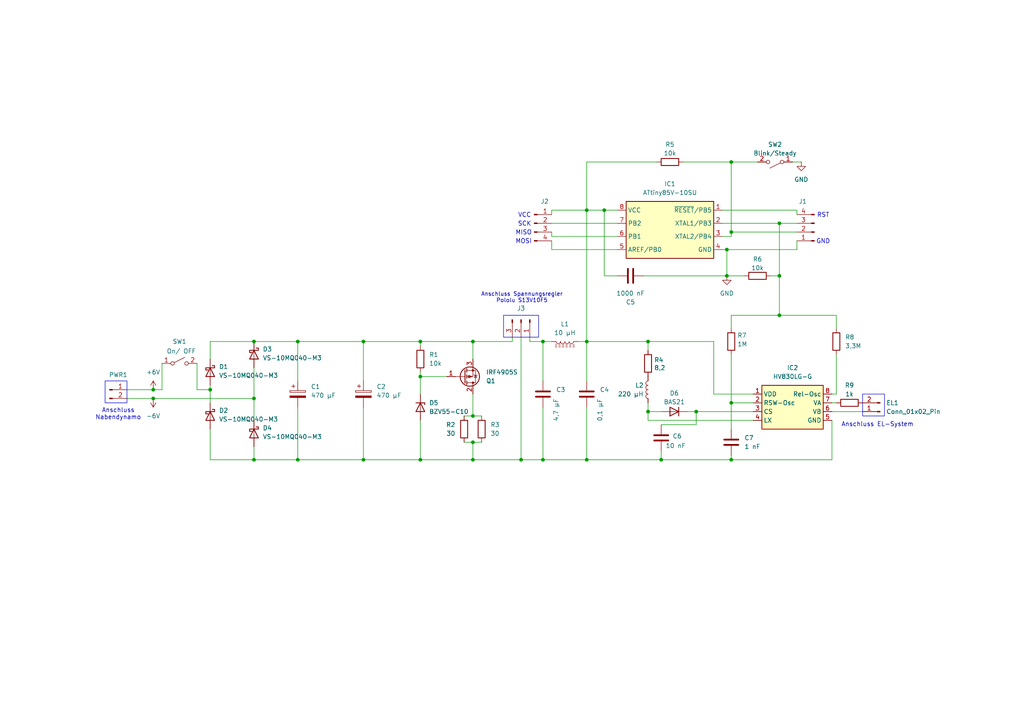
<source format=kicad_sch>
(kicad_sch (version 20250114) (generator "eeschema") (generator_version "9.0")
  (paper "A4")
  (title_block (title "Elektrolumineszenz Treiber Schaltung") (date "2025-12-16") (rev "V4") (company "Hochschule Hannover - Elektrische Messtechnik"))
  (lib_symbols
    (symbol "ATtiny85V-10S_1"
      (property "Reference" "U1" (at -16.51 -18.542 0))
      (property "Value" "ATtiny85V-10S" (at 6.35 -18.034 0))
      (symbol "ATtiny85V-10S_1_0_1"
        (rectangle (start -19.05 -20.32) (end 6.35 -36.83) (stroke (width 0.254)) (fill (type background)))
      )
      (symbol "ATtiny85V-10S_1_1_1"
        (pin power_in line (at -21.59 -22.86 0) (length 2.54) (name "VCC") (number "8"))
        (pin bidirectional line (at -21.59 -26.67 0) (length 2.54) (name "PB2") (number "7"))
        (pin bidirectional line (at -21.59 -30.48 0) (length 2.54) (name "PB1") (number "6"))
        (pin bidirectional line (at -21.59 -34.29 0) (length 2.54) (name "AREF/PB0") (number "5"))
        (pin bidirectional line (at 8.89 -22.86 180) (length 2.54) (name "~{RESET}/PB5") (number "1"))
        (pin bidirectional line (at 8.89 -26.67 180) (length 2.54) (name "XTAL1/PB3") (number "2"))
        (pin bidirectional line (at 8.89 -30.48 180) (length 2.54) (name "XTAL2/PB4") (number "3"))
        (pin power_in line (at 8.89 -34.29 180) (length 2.54) (name "GND") (number "4"))
      )
    )
    (symbol "Connector:Conn_01x02_Pin" (pin_names (offset 1.016) (hide yes))
      (property "Reference" "J" (at 0 2.54 0))
      (property "Value" "Conn_01x02_Pin" (at 0 -5.08 0))
      (symbol "Conn_01x02_Pin_1_1"
        (rectangle (start 0.8636 0.127) (end 0 -0.127) (stroke (width 0.1524)) (fill (type outline)))
        (rectangle (start 0.8636 -2.413) (end 0 -2.667) (stroke (width 0.1524)) (fill (type outline)))
        (polyline (pts (xy 1.27 0) (xy 0.8636 0)) (stroke (width 0.1524)))
        (polyline (pts (xy 1.27 -2.54) (xy 0.8636 -2.54)) (stroke (width 0.1524)))
        (pin passive line (at 5.08 0 180) (length 3.81) (name "Pin_1") (number "1"))
        (pin passive line (at 5.08 -2.54 180) (length 3.81) (name "Pin_2") (number "2"))
      )
    )
    (symbol "Connector:Conn_01x03_Pin" (pin_names (offset 1.016) (hide yes))
      (property "Reference" "J" (at 0 5.08 0))
      (property "Value" "Conn_01x03_Pin" (at 0 -5.08 0))
      (symbol "Conn_01x03_Pin_1_1"
        (rectangle (start 0.8636 2.667) (end 0 2.413) (stroke (width 0.1524)) (fill (type outline)))
        (rectangle (start 0.8636 0.127) (end 0 -0.127) (stroke (width 0.1524)) (fill (type outline)))
        (rectangle (start 0.8636 -2.413) (end 0 -2.667) (stroke (width 0.1524)) (fill (type outline)))
        (polyline (pts (xy 1.27 2.54) (xy 0.8636 2.54)) (stroke (width 0.1524)))
        (polyline (pts (xy 1.27 0) (xy 0.8636 0)) (stroke (width 0.1524)))
        (polyline (pts (xy 1.27 -2.54) (xy 0.8636 -2.54)) (stroke (width 0.1524)))
        (pin passive line (at 5.08 2.54 180) (length 3.81) (name "Pin_1") (number "1"))
        (pin passive line (at 5.08 0 180) (length 3.81) (name "Pin_2") (number "2"))
        (pin passive line (at 5.08 -2.54 180) (length 3.81) (name "Pin_3") (number "3"))
      )
    )
    (symbol "Connector:Conn_01x04_Pin" (pin_names (offset 1.016) (hide yes))
      (property "Reference" "J" (at 0 5.08 0))
      (property "Value" "Conn_01x04_Pin" (at 0 -7.62 0))
      (symbol "Conn_01x04_Pin_1_1"
        (rectangle (start 0.8636 2.667) (end 0 2.413) (stroke (width 0.1524)) (fill (type outline)))
        (rectangle (start 0.8636 0.127) (end 0 -0.127) (stroke (width 0.1524)) (fill (type outline)))
        (rectangle (start 0.8636 -2.413) (end 0 -2.667) (stroke (width 0.1524)) (fill (type outline)))
        (rectangle (start 0.8636 -4.953) (end 0 -5.207) (stroke (width 0.1524)) (fill (type outline)))
        (polyline (pts (xy 1.27 2.54) (xy 0.8636 2.54)) (stroke (width 0.1524)))
        (polyline (pts (xy 1.27 0) (xy 0.8636 0)) (stroke (width 0.1524)))
        (polyline (pts (xy 1.27 -2.54) (xy 0.8636 -2.54)) (stroke (width 0.1524)))
        (polyline (pts (xy 1.27 -5.08) (xy 0.8636 -5.08)) (stroke (width 0.1524)))
        (pin passive line (at 5.08 2.54 180) (length 3.81) (name "Pin_1") (number "1"))
        (pin passive line (at 5.08 0 180) (length 3.81) (name "Pin_2") (number "2"))
        (pin passive line (at 5.08 -2.54 180) (length 3.81) (name "Pin_3") (number "3"))
        (pin passive line (at 5.08 -5.08 180) (length 3.81) (name "Pin_4") (number "4"))
      )
    )
    (symbol "Device:C" (pin_numbers (hide yes)) (pin_names (offset 0.254))
      (property "Reference" "C" (at 0.635 2.54 0))
      (property "Value" "C" (at 0.635 -2.54 0))
      (symbol "C_0_1"
        (polyline (pts (xy -2.032 0.762) (xy 2.032 0.762)) (stroke (width 0.508)))
        (polyline (pts (xy -2.032 -0.762) (xy 2.032 -0.762)) (stroke (width 0.508)))
      )
      (symbol "C_1_1"
        (pin passive line (at 0 3.81 270) (length 2.794) (name "~") (number "1"))
        (pin passive line (at 0 -3.81 90) (length 2.794) (name "~") (number "2"))
      )
    )
    (symbol "Device:C_Polarized" (pin_numbers (hide yes)) (pin_names (offset 0.254))
      (property "Reference" "C" (at 0.635 2.54 0))
      (property "Value" "C_Polarized" (at 0.635 -2.54 0))
      (symbol "C_Polarized_0_1"
        (rectangle (start -2.286 0.508) (end 2.286 1.016))
        (polyline (pts (xy -1.778 2.286) (xy -0.762 2.286)))
        (polyline (pts (xy -1.27 2.794) (xy -1.27 1.778)))
        (rectangle (start 2.286 -0.508) (end -2.286 -1.016) (fill (type outline)))
      )
      (symbol "C_Polarized_1_1"
        (pin passive line (at 0 3.81 270) (length 2.794) (name "~") (number "1"))
        (pin passive line (at 0 -3.81 90) (length 2.794) (name "~") (number "2"))
      )
    )
    (symbol "Device:D" (pin_numbers (hide yes)) (pin_names (offset 1.016) (hide yes))
      (property "Reference" "D" (at 0 2.54 0))
      (property "Value" "D" (at 0 -2.54 0))
      (symbol "D_0_1"
        (polyline (pts (xy -1.27 1.27) (xy -1.27 -1.27)) (stroke (width 0.254)))
        (polyline (pts (xy 1.27 1.27) (xy 1.27 -1.27) (xy -1.27 0) (xy 1.27 1.27)) (stroke (width 0.254)))
        (polyline (pts (xy 1.27 0) (xy -1.27 0)))
      )
      (symbol "D_1_1"
        (pin passive line (at -3.81 0 0) (length 2.54) (name "K") (number "1"))
        (pin passive line (at 3.81 0 180) (length 2.54) (name "A") (number "2"))
      )
    )
    (symbol "Device:D_Schottky" (pin_numbers (hide yes)) (pin_names (offset 1.016) (hide yes))
      (property "Reference" "D" (at 0 2.54 0))
      (property "Value" "D_Schottky" (at 0 -2.54 0))
      (symbol "D_Schottky_0_1"
        (polyline (pts (xy -1.905 0.635) (xy -1.905 1.27) (xy -1.27 1.27) (xy -1.27 -1.27) (xy -0.635 -1.27) (xy -0.635 -0.635)) (stroke (width 0.254)))
        (polyline (pts (xy 1.27 1.27) (xy 1.27 -1.27) (xy -1.27 0) (xy 1.27 1.27)) (stroke (width 0.254)))
        (polyline (pts (xy 1.27 0) (xy -1.27 0)))
      )
      (symbol "D_Schottky_1_1"
        (pin passive line (at -3.81 0 0) (length 2.54) (name "K") (number "1"))
        (pin passive line (at 3.81 0 180) (length 2.54) (name "A") (number "2"))
      )
    )
    (symbol "Device:L" (pin_numbers (hide yes)) (pin_names (offset 1.016) (hide yes))
      (property "Reference" "L" (at -1.27 0 90))
      (property "Value" "L" (at 1.905 0 90))
      (symbol "L_0_1"
        (arc (start 0 2.54) (mid 0.6323 1.905) (end 0 1.27))
        (arc (start 0 1.27) (mid 0.6323 0.635) (end 0 0))
        (arc (start 0 0) (mid 0.6323 -0.635) (end 0 -1.27))
        (arc (start 0 -1.27) (mid 0.6323 -1.905) (end 0 -2.54))
      )
      (symbol "L_1_1"
        (pin passive line (at 0 3.81 270) (length 1.27) (name "1") (number "1"))
        (pin passive line (at 0 -3.81 90) (length 1.27) (name "2") (number "2"))
      )
    )
    (symbol "Device:L_Ferrite" (pin_numbers (hide yes)) (pin_names (offset 1.016) (hide yes))
      (property "Reference" "L" (at -1.27 0 90))
      (property "Value" "L_Ferrite" (at 2.794 0 90))
      (symbol "L_Ferrite_0_1"
        (arc (start 0 2.54) (mid 0.6323 1.905) (end 0 1.27))
        (arc (start 0 1.27) (mid 0.6323 0.635) (end 0 0))
        (arc (start 0 0) (mid 0.6323 -0.635) (end 0 -1.27))
        (arc (start 0 -1.27) (mid 0.6323 -1.905) (end 0 -2.54))
        (polyline (pts (xy 1.016 2.286) (xy 1.016 2.794)))
        (polyline (pts (xy 1.016 1.27) (xy 1.016 1.778)))
        (polyline (pts (xy 1.016 0.254) (xy 1.016 0.762)))
        (polyline (pts (xy 1.016 -0.762) (xy 1.016 -0.254)))
        (polyline (pts (xy 1.016 -1.778) (xy 1.016 -1.27)))
        (polyline (pts (xy 1.016 -2.794) (xy 1.016 -2.286)))
        (polyline (pts (xy 1.524 2.794) (xy 1.524 2.286)))
        (polyline (pts (xy 1.524 1.778) (xy 1.524 1.27)))
        (polyline (pts (xy 1.524 0.762) (xy 1.524 0.254)))
        (polyline (pts (xy 1.524 -0.254) (xy 1.524 -0.762)))
        (polyline (pts (xy 1.524 -1.27) (xy 1.524 -1.778)))
        (polyline (pts (xy 1.524 -2.286) (xy 1.524 -2.794)))
      )
      (symbol "L_Ferrite_1_1"
        (pin passive line (at 0 3.81 270) (length 1.27) (name "1") (number "1"))
        (pin passive line (at 0 -3.81 90) (length 1.27) (name "2") (number "2"))
      )
    )
    (symbol "Device:R" (pin_numbers (hide yes)) (pin_names (offset 0))
      (property "Reference" "R" (at 2.032 0 90))
      (property "Value" "R" (at 0 0 90))
      (symbol "R_0_1"
        (rectangle (start -1.016 -2.54) (end 1.016 2.54) (stroke (width 0.254)))
      )
      (symbol "R_1_1"
        (pin passive line (at 0 3.81 270) (length 1.27) (name "~") (number "1"))
        (pin passive line (at 0 -3.81 90) (length 1.27) (name "~") (number "2"))
      )
    )
    (symbol "Diode:BZV55B10" (pin_numbers (hide yes)) (pin_names (hide yes))
      (property "Reference" "D" (at 0 2.54 0))
      (property "Value" "BZV55B10" (at 0 -2.54 0))
      (symbol "BZV55B10_0_1"
        (polyline (pts (xy -1.27 -1.27) (xy -1.27 1.27) (xy -0.762 1.27)) (stroke (width 0.254)))
        (polyline (pts (xy 1.27 0) (xy -1.27 0)))
        (polyline (pts (xy 1.27 -1.27) (xy 1.27 1.27) (xy -1.27 0) (xy 1.27 -1.27)) (stroke (width 0.254)))
      )
      (symbol "BZV55B10_1_1"
        (pin passive line (at -3.81 0 0) (length 2.54) (name "K") (number "1"))
        (pin passive line (at 3.81 0 180) (length 2.54) (name "A") (number "2"))
      )
    )
    (symbol "Driver_LED:HV9930LG-G"
      (property "Reference" "U" (at -17.78 3.81 0))
      (property "Value" "HV830LG-G" (at -8.89 3.81 0))
      (symbol "HV9930LG-G_0_1"
        (rectangle (start -17.78 2.54) (end 0 -10.16) (stroke (width 0.254)) (fill (type background)))
      )
      (symbol "HV9930LG-G_1_1"
        (pin input line (at -20.32 0 0) (length 2.54) (name "VDD") (number "1"))
        (pin input line (at -20.32 -2.54 0) (length 2.54) (name "RSW-Osc") (number "2"))
        (pin input line (at -20.32 -5.08 0) (length 2.54) (name "CS") (number "3"))
        (pin input line (at -20.32 -7.62 0) (length 2.54) (name "LX") (number "4"))
        (pin output line (at 2.54 0 180) (length 2.54) (name "Rel-Osc") (number "8"))
        (pin output line (at 2.54 -2.54 180) (length 2.54) (name "VA") (number "7"))
        (pin output line (at 2.54 -5.08 180) (length 2.54) (name "VB") (number "6"))
        (pin input line (at 2.54 -7.62 180) (length 2.54) (name "GND") (number "5"))
      )
    )
    (symbol "Switch:SW_SPST" (pin_names (offset 0) (hide yes))
      (property "Reference" "SW" (at 0 3.175 0))
      (property "Value" "SW_SPST" (at 0 -2.54 0))
      (symbol "SW_SPST_0_0"
        (circle (center -2.032 0) (radius 0.508))
        (polyline (pts (xy -1.524 0.254) (xy 1.524 1.778)))
        (circle (center 2.032 0) (radius 0.508))
      )
      (symbol "SW_SPST_1_1"
        (pin passive line (at -5.08 0 0) (length 2.54) (name "A") (number "1"))
        (pin passive line (at 5.08 0 180) (length 2.54) (name "B") (number "2"))
      )
    )
    (symbol "Transistor_FET:IRF4905" (pin_names (hide yes))
      (property "Reference" "Q" (at 5.08 1.905 0))
      (property "Value" "IRF4905" (at 5.08 0 0))
      (symbol "IRF4905_0_1"
        (polyline (pts (xy 0.254 1.905) (xy 0.254 -1.905)) (stroke (width 0.254)))
        (polyline (pts (xy 0.254 0) (xy -2.54 0)))
        (polyline (pts (xy 0.762 2.286) (xy 0.762 1.27)) (stroke (width 0.254)))
        (polyline (pts (xy 0.762 1.778) (xy 3.302 1.778) (xy 3.302 -1.778) (xy 0.762 -1.778)))
        (polyline (pts (xy 0.762 0.508) (xy 0.762 -0.508)) (stroke (width 0.254)))
        (polyline (pts (xy 0.762 -1.27) (xy 0.762 -2.286)) (stroke (width 0.254)))
        (circle (center 1.651 0) (radius 2.794) (stroke (width 0.254)))
        (polyline (pts (xy 2.286 0) (xy 1.27 0.381) (xy 1.27 -0.381) (xy 2.286 0)) (fill (type outline)))
        (polyline (pts (xy 2.54 2.54) (xy 2.54 1.778)))
        (circle (center 2.54 1.778) (radius 0.254) (fill (type outline)))
        (circle (center 2.54 -1.778) (radius 0.254) (fill (type outline)))
        (polyline (pts (xy 2.54 -2.54) (xy 2.54 0) (xy 0.762 0)))
        (polyline (pts (xy 2.794 -0.508) (xy 2.921 -0.381) (xy 3.683 -0.381) (xy 3.81 -0.254)))
        (polyline (pts (xy 3.302 -0.381) (xy 2.921 0.254) (xy 3.683 0.254) (xy 3.302 -0.381)))
      )
      (symbol "IRF4905_1_1"
        (pin input line (at -5.08 0 0) (length 2.54) (name "G") (number "1"))
        (pin passive line (at 2.54 5.08 270) (length 2.54) (name "D") (number "2"))
        (pin passive line (at 2.54 -5.08 90) (length 2.54) (name "S") (number "3"))
      )
    )
    (symbol "power:+6V" (power) (pin_numbers (hide yes)) (pin_names (offset 0) (hide yes))
      (property "Value" "+6V" (at 0 3.556 0))
      (symbol "+6V_0_1"
        (polyline (pts (xy -0.762 1.27) (xy 0 2.54)))
        (polyline (pts (xy 0 2.54) (xy 0.762 1.27)))
        (polyline (pts (xy 0 0) (xy 0 2.54)))
      )
      (symbol "+6V_1_1"
        (pin power_in line (at 0 0 90) (length 0) (name "~") (number "1"))
      )
    )
    (symbol "power:GND" (power) (pin_numbers (hide yes)) (pin_names (offset 0) (hide yes))
      (property "Value" "GND" (at 0 -3.81 0))
      (symbol "GND_0_1"
        (polyline (pts (xy 0 0) (xy 0 -1.27) (xy 1.27 -1.27) (xy 0 -2.54) (xy -1.27 -1.27) (xy 0 -1.27)))
      )
      (symbol "GND_1_1"
        (pin power_in line (at 0 0 270) (length 0) (name "~") (number "1"))
      )
    )
  )
  (rectangle (start 146.05 91.44) (end 156.21 97.79))
  (rectangle (start 30.48 110.49) (end 36.83 116.84))
  (rectangle (start 250.19 114.3) (end 256.54 120.65))
  (text "GND" (at 238.76 70.104 0) (effects (font (size 1.27 1.27))))
  (text "MISO" (at 151.892 67.564 0) (effects (font (size 1.27 1.27))))
  (text "Anschluss Spannungsregler\nPololu S13V10F5" (at 151.384 86.36 0) (effects (font (size 1.143 1.143))))
  (text "MOSI" (at 151.892 70.104 0) (effects (font (size 1.27 1.27))))
  (text "VCC" (at 152.146 62.484 0) (effects (font (size 1.27 1.27))))
  (text "Anschluss EL-System" (at 254.508 123.19 0) (effects (font (size 1.27 1.27))))
  (text "RST" (at 238.76 62.484 0) (effects (font (size 1.27 1.27))))
  (text "Anschluss\nNabendynamo" (at 34.29 120.142 0) (effects (font (size 1.27 1.27))))
  (text "SCK" (at 152.146 65.024 0) (effects (font (size 1.27 1.27))))
  (junction (at 121.92 133.35))
  (junction (at 137.16 120.65))
  (junction (at 170.18 60.96))
  (junction (at 226.06 80.01))
  (junction (at 121.92 99.06))
  (junction (at 191.77 133.35))
  (junction (at 212.09 133.35))
  (junction (at 151.13 133.35))
  (junction (at 105.41 99.06))
  (junction (at 187.96 119.38))
  (junction (at 60.96 113.03))
  (junction (at 86.36 99.06))
  (junction (at 157.48 133.35))
  (junction (at 210.82 80.01))
  (junction (at 212.09 46.99))
  (junction (at 175.26 60.96))
  (junction (at 137.16 99.06))
  (junction (at 105.41 133.35))
  (junction (at 187.96 99.06))
  (junction (at 201.93 119.38))
  (junction (at 226.06 64.77))
  (junction (at 44.45 113.03))
  (junction (at 73.66 133.35))
  (junction (at 137.16 133.35))
  (junction (at 170.18 133.35))
  (junction (at 44.45 115.57))
  (junction (at 226.06 91.44))
  (junction (at 157.48 99.06))
  (junction (at 212.09 67.31))
  (junction (at 212.09 116.84))
  (junction (at 86.36 133.35))
  (junction (at 210.82 72.39))
  (junction (at 137.16 128.27))
  (junction (at 170.18 99.06))
  (junction (at 73.66 99.06))
  (junction (at 121.92 109.22))
  (junction (at 73.66 115.57))
  (wire (pts (xy 157.48 133.35) (xy 170.18 133.35)))
  (wire (pts (xy 210.82 72.39) (xy 210.82 80.01)))
  (wire (pts (xy 121.92 121.92) (xy 121.92 133.35)))
  (wire (pts (xy 137.16 99.06) (xy 148.59 99.06)))
  (wire (pts (xy 73.66 106.68) (xy 73.66 115.57)))
  (wire (pts (xy 199.39 119.38) (xy 201.93 119.38)))
  (wire (pts (xy 73.66 129.54) (xy 73.66 133.35)))
  (wire (pts (xy 170.18 118.11) (xy 170.18 133.35)))
  (wire (pts (xy 170.18 46.99) (xy 190.5 46.99)))
  (wire (pts (xy 170.18 133.35) (xy 191.77 133.35)))
  (wire (pts (xy 175.26 80.01) (xy 175.26 60.96)))
  (wire (pts (xy 60.96 113.03) (xy 60.96 111.76)))
  (wire (pts (xy 151.13 97.79) (xy 151.13 133.35)))
  (wire (pts (xy 121.92 99.06) (xy 137.16 99.06)))
  (wire (pts (xy 242.57 95.25) (xy 242.57 91.44)))
  (wire (pts (xy 60.96 113.03) (xy 60.96 116.84)))
  (wire (pts (xy 60.96 99.06) (xy 73.66 99.06)))
  (wire (pts (xy 212.09 91.44) (xy 226.06 91.44)))
  (wire (pts (xy 179.07 80.01) (xy 175.26 80.01)))
  (wire (pts (xy 105.41 99.06) (xy 105.41 110.49)))
  (wire (pts (xy 160.02 72.39) (xy 179.07 72.39)))
  (wire (pts (xy 231.14 60.96) (xy 231.14 62.23)))
  (wire (pts (xy 212.09 67.31) (xy 212.09 68.58)))
  (wire (pts (xy 151.13 133.35) (xy 157.48 133.35)))
  (wire (pts (xy 121.92 99.06) (xy 121.92 100.33)))
  (wire (pts (xy 153.67 99.06) (xy 157.48 99.06)))
  (wire (pts (xy 134.62 128.27) (xy 137.16 128.27)))
  (wire (pts (xy 212.09 116.84) (xy 218.44 116.84)))
  (wire (pts (xy 223.52 80.01) (xy 226.06 80.01)))
  (wire (pts (xy 231.14 69.85) (xy 231.14 72.39)))
  (wire (pts (xy 229.87 46.99) (xy 232.41 46.99)))
  (wire (pts (xy 105.41 99.06) (xy 121.92 99.06)))
  (wire (pts (xy 167.64 99.06) (xy 170.18 99.06)))
  (wire (pts (xy 212.09 132.08) (xy 212.09 133.35)))
  (wire (pts (xy 241.3 121.92) (xy 241.3 133.35)))
  (wire (pts (xy 241.3 133.35) (xy 212.09 133.35)))
  (wire (pts (xy 160.02 64.77) (xy 179.07 64.77)))
  (wire (pts (xy 137.16 133.35) (xy 151.13 133.35)))
  (wire (pts (xy 212.09 46.99) (xy 212.09 67.31)))
  (wire (pts (xy 60.96 99.06) (xy 60.96 104.14)))
  (wire (pts (xy 212.09 46.99) (xy 219.71 46.99)))
  (wire (pts (xy 226.06 64.77) (xy 226.06 80.01)))
  (wire (pts (xy 160.02 72.39) (xy 160.02 69.85)))
  (wire (pts (xy 207.01 114.3) (xy 218.44 114.3)))
  (wire (pts (xy 226.06 80.01) (xy 226.06 91.44)))
  (wire (pts (xy 139.7 120.65) (xy 137.16 120.65)))
  (wire (pts (xy 160.02 60.96) (xy 170.18 60.96)))
  (wire (pts (xy 121.92 109.22) (xy 129.54 109.22)))
  (wire (pts (xy 191.77 133.35) (xy 212.09 133.35)))
  (wire (pts (xy 207.01 99.06) (xy 207.01 114.3)))
  (wire (pts (xy 121.92 107.95) (xy 121.92 109.22)))
  (wire (pts (xy 46.99 105.41) (xy 46.99 113.03)))
  (wire (pts (xy 86.36 133.35) (xy 105.41 133.35)))
  (wire (pts (xy 209.55 64.77) (xy 226.06 64.77)))
  (wire (pts (xy 44.45 115.57) (xy 73.66 115.57)))
  (wire (pts (xy 170.18 99.06) (xy 170.18 110.49)))
  (wire (pts (xy 36.83 113.03) (xy 44.45 113.03)))
  (wire (pts (xy 73.66 115.57) (xy 73.66 121.92)))
  (wire (pts (xy 36.83 115.57) (xy 44.45 115.57)))
  (wire (pts (xy 170.18 60.96) (xy 170.18 46.99)))
  (wire (pts (xy 209.55 60.96) (xy 231.14 60.96)))
  (wire (pts (xy 60.96 124.46) (xy 60.96 133.35)))
  (wire (pts (xy 201.93 119.38) (xy 218.44 119.38)))
  (wire (pts (xy 187.96 99.06) (xy 207.01 99.06)))
  (wire (pts (xy 212.09 46.99) (xy 198.12 46.99)))
  (wire (pts (xy 73.66 133.35) (xy 86.36 133.35)))
  (wire (pts (xy 187.96 121.92) (xy 218.44 121.92)))
  (wire (pts (xy 137.16 104.14) (xy 137.16 99.06)))
  (wire (pts (xy 57.15 113.03) (xy 60.96 113.03)))
  (wire (pts (xy 73.66 99.06) (xy 86.36 99.06)))
  (wire (pts (xy 187.96 116.84) (xy 187.96 119.38)))
  (wire (pts (xy 187.96 99.06) (xy 187.96 101.6)))
  (wire (pts (xy 170.18 60.96) (xy 175.26 60.96)))
  (wire (pts (xy 209.55 72.39) (xy 210.82 72.39)))
  (wire (pts (xy 121.92 109.22) (xy 121.92 114.3)))
  (wire (pts (xy 191.77 130.81) (xy 191.77 133.35)))
  (wire (pts (xy 160.02 60.96) (xy 160.02 62.23)))
  (wire (pts (xy 212.09 68.58) (xy 209.55 68.58)))
  (wire (pts (xy 148.59 99.06) (xy 148.59 97.79)))
  (wire (pts (xy 86.36 99.06) (xy 105.41 99.06)))
  (wire (pts (xy 187.96 119.38) (xy 191.77 119.38)))
  (wire (pts (xy 157.48 118.11) (xy 157.48 133.35)))
  (wire (pts (xy 137.16 120.65) (xy 137.16 114.3)))
  (wire (pts (xy 201.93 123.19) (xy 201.93 119.38)))
  (wire (pts (xy 157.48 99.06) (xy 160.02 99.06)))
  (wire (pts (xy 231.14 67.31) (xy 212.09 67.31)))
  (wire (pts (xy 57.15 105.41) (xy 57.15 113.03)))
  (wire (pts (xy 160.02 68.58) (xy 179.07 68.58)))
  (wire (pts (xy 157.48 99.06) (xy 157.48 110.49)))
  (wire (pts (xy 212.09 91.44) (xy 212.09 95.25)))
  (wire (pts (xy 60.96 133.35) (xy 73.66 133.35)))
  (wire (pts (xy 86.36 118.11) (xy 86.36 133.35)))
  (wire (pts (xy 179.07 60.96) (xy 175.26 60.96)))
  (wire (pts (xy 241.3 114.3) (xy 242.57 114.3)))
  (wire (pts (xy 105.41 133.35) (xy 121.92 133.35)))
  (wire (pts (xy 86.36 110.49) (xy 86.36 99.06)))
  (wire (pts (xy 187.96 119.38) (xy 187.96 121.92)))
  (wire (pts (xy 191.77 123.19) (xy 201.93 123.19)))
  (wire (pts (xy 105.41 118.11) (xy 105.41 133.35)))
  (wire (pts (xy 241.3 119.38) (xy 250.19 119.38)))
  (wire (pts (xy 121.92 133.35) (xy 137.16 133.35)))
  (wire (pts (xy 170.18 99.06) (xy 187.96 99.06)))
  (wire (pts (xy 242.57 91.44) (xy 226.06 91.44)))
  (wire (pts (xy 210.82 80.01) (xy 215.9 80.01)))
  (wire (pts (xy 170.18 60.96) (xy 170.18 99.06)))
  (wire (pts (xy 212.09 116.84) (xy 212.09 124.46)))
  (wire (pts (xy 186.69 80.01) (xy 210.82 80.01)))
  (wire (pts (xy 137.16 120.65) (xy 134.62 120.65)))
  (wire (pts (xy 137.16 128.27) (xy 137.16 133.35)))
  (wire (pts (xy 44.45 113.03) (xy 46.99 113.03)))
  (wire (pts (xy 242.57 102.87) (xy 242.57 114.3)))
  (wire (pts (xy 241.3 116.84) (xy 242.57 116.84)))
  (wire (pts (xy 137.16 128.27) (xy 139.7 128.27)))
  (wire (pts (xy 210.82 72.39) (xy 231.14 72.39)))
  (wire (pts (xy 212.09 102.87) (xy 212.09 116.84)))
  (wire (pts (xy 153.67 99.06) (xy 153.67 97.79)))
  (wire (pts (xy 160.02 68.58) (xy 160.02 67.31)))
  (wire (pts (xy 226.06 64.77) (xy 231.14 64.77)))
  (symbol (lib_id "Device:R") (at 134.62 124.46 0) (mirror y) (unit 1)
    (property "Reference" "R2" (at 132.08 123.1899 0) (effects (justify left)))
    (property "Value" "30" (at 132.08 125.7299 0) (effects (justify left)))
    (property "Footprint" "Resistor_SMD:R_2512_6332Metric" (effects (hide yes)))
    (property "Description" "Resistor" (effects (hide yes)))
  )
  (symbol (lib_id "Switch:SW_SPST") (at 52.07 105.41 0) (unit 1)
    (property "Reference" "SW1" (at 52.07 99.06 0))
    (property "Value" "On/ OFF" (at 52.578 101.854 0))
    (property "Footprint" "Connector_JST:JST_XH_B2B-XH-A_1x02_P2.50mm_Vertical" (effects (hide yes)))
    (property "Description" "Single Pole Single Throw (SPST) switch" (effects (hide yes)))
  )
  (symbol (lib_id "Device:R") (at 219.71 80.01 90) (unit 1)
    (property "Reference" "R6" (at 219.71 75.184 90))
    (property "Value" "10k" (at 219.71 77.724 90))
    (property "Footprint" "Resistor_SMD:R_0805_2012Metric" (effects (hide yes)))
    (property "Description" "Resistor" (effects (hide yes)))
  )
  (symbol (lib_name "ATtiny85V-10S_1") (lib_id "MCU_Microchip_ATtiny:ATtiny85V-10S") (at 200.66 38.1 0) (unit 1)
    (property "Reference" "IC1" (at 194.31 53.34 0))
    (property "Value" "ATtiny85V-10SU" (at 194.31 55.88 0))
    (property "Footprint" "Package_SO:SOIC-8_5.3x5.3mm_P1.27mm" (effects (hide yes)))
    (property "Datasheet" "http://ww1.microchip.com/downloads/en/DeviceDoc/atmel-2586-avr-8-bit-microcontroller-attiny25-attiny45-attiny85_datasheet.pdf" (effects (hide yes)))
    (property "Description" "10MHz, 8kB Flash, 512B SRAM, 512B EEPROM, debugWIRE, SOIC-8W" (effects (hide yes)))
  )
  (symbol (lib_id "Device:R") (at 187.96 105.41 0) (unit 1)
    (property "Reference" "R4" (at 189.738 104.394 0) (effects (justify left)))
    (property "Value" "8,2" (at 189.738 106.68 0) (effects (justify left)))
    (property "Footprint" "Resistor_SMD:R_0805_2012Metric" (effects (hide yes)))
    (property "Description" "Resistor" (effects (hide yes)))
  )
  (symbol (lib_id "Driver_LED:HV9930LG-G") (at 238.76 114.3 0) (unit 1)
    (property "Reference" "IC2" (at 229.87 106.68 0))
    (property "Value" "HV830LG-G" (at 229.87 109.22 0))
    (property "Footprint" "Package_SO:SOIC-8_3.9x4.9mm_P1.27mm" (effects (hide yes)))
    (property "Datasheet" "http://ww1.microchip.com/downloads/en/DeviceDoc/hv9930.pdf" (effects (hide yes)))
    (property "Description" "Boost-Buck LED Lamp Driver, SO8" (effects (hide yes)))
  )
  (symbol (lib_id "Device:R") (at 194.31 46.99 90) (unit 1)
    (property "Reference" "R5" (at 194.31 41.91 90))
    (property "Value" "10k" (at 194.31 44.45 90))
    (property "Footprint" "Resistor_SMD:R_0805_2012Metric" (effects (hide yes)))
    (property "Description" "Resistor" (effects (hide yes)))
  )
  (symbol (lib_id "Device:R") (at 139.7 124.46 0) (unit 1)
    (property "Reference" "R3" (at 142.24 123.1899 0) (effects (justify left)))
    (property "Value" "30" (at 142.24 125.7299 0) (effects (justify left)))
    (property "Footprint" "Resistor_SMD:R_2512_6332Metric" (effects (hide yes)))
    (property "Description" "Resistor" (effects (hide yes)))
  )
  (symbol (lib_id "Connector:Conn_01x03_Pin") (at 151.13 92.71 270) (unit 1)
    (property "Reference" "J3" (at 151.13 89.408 90))
    (property "Value" "Conn_01x03_Pin" (effects (hide yes)))
    (property "Footprint" "Connector_PinHeader_2.54mm:PinHeader_1x03_P2.54mm_Vertical" (effects (hide yes)))
    (property "Description" "Generic connector, single row, 01x03, script generated" (effects (hide yes)))
  )
  (symbol (lib_id "Device:C") (at 182.88 80.01 270) (mirror x) (unit 1)
    (property "Reference" "C5" (at 182.88 87.63 90))
    (property "Value" "1000 nF" (at 182.88 85.09 90))
    (property "Footprint" "Capacitor_SMD:C_0805_2012Metric" (effects (hide yes)))
    (property "Description" "Unpolarized capacitor" (effects (hide yes)))
  )
  (symbol (lib_id "Device:D_Schottky") (at 60.96 120.65 270) (unit 1)
    (property "Reference" "D2" (at 63.5 119.0624 90) (effects (justify left)))
    (property "Value" "VS-10MQ040-M3" (at 63.5 121.6024 90) (effects (justify left)))
    (property "Footprint" "Diode_SMD:D_SMA" (effects (hide yes)))
    (property "Description" "Schottky diode" (effects (hide yes)))
  )
  (symbol (lib_id "Device:R") (at 246.38 116.84 270) (unit 1)
    (property "Reference" "R9" (at 246.38 111.76 90))
    (property "Value" "1k" (at 246.38 114.3 90))
    (property "Footprint" "Resistor_SMD:R_0805_2012Metric" (effects (hide yes)))
    (property "Description" "Resistor" (effects (hide yes)))
  )
  (symbol (lib_id "Device:D") (at 195.58 119.38 180) (unit 1)
    (property "Reference" "D6" (at 195.58 114.046 0))
    (property "Value" "BAS21" (at 195.58 116.586 0))
    (property "Footprint" "Diode_SMD:D_SMA" (effects (hide yes)))
    (property "Description" "Diode" (effects (hide yes)))
    (property "Sim.Device" "D" (effects (hide yes)))
    (property "Sim.Pins" "1=K 2=A" (effects (hide yes)))
  )
  (symbol (lib_id "Device:C") (at 212.09 128.27 0) (unit 1)
    (property "Reference" "C7" (at 215.9 126.9999 0) (effects (justify left)))
    (property "Value" "1 nF" (at 215.9 129.5399 0) (effects (justify left)))
    (property "Footprint" "Capacitor_SMD:C_0603_1608Metric" (effects (hide yes)))
    (property "Description" "Unpolarized capacitor" (effects (hide yes)))
  )
  (symbol (lib_id "Device:D_Schottky") (at 73.66 125.73 270) (unit 1)
    (property "Reference" "D4" (at 76.2 124.1424 90) (effects (justify left)))
    (property "Value" "VS-10MQ040-M3" (at 76.2 126.6824 90) (effects (justify left)))
    (property "Footprint" "Diode_SMD:D_SMA" (effects (hide yes)))
    (property "Description" "Schottky diode" (effects (hide yes)))
  )
  (symbol (lib_id "Device:R") (at 121.92 104.14 0) (unit 1)
    (property "Reference" "R1" (at 124.46 102.8699 0) (effects (justify left)))
    (property "Value" "10k" (at 124.46 105.4099 0) (effects (justify left)))
    (property "Footprint" "Resistor_SMD:R_0805_2012Metric" (effects (hide yes)))
    (property "Description" "Resistor" (effects (hide yes)))
  )
  (symbol (lib_id "Device:L") (at 187.96 113.03 0) (mirror y) (unit 1)
    (property "Reference" "L2" (at 186.69 111.7599 0) (effects (justify left)))
    (property "Value" "220 µH" (at 186.69 114.2999 0) (effects (justify left)))
    (property "Footprint" "Inductor_SMD:L_Bourns_SDR0604" (effects (hide yes)))
    (property "Description" "Inductor" (effects (hide yes)))
  )
  (symbol (lib_id "Diode:BZV55B10") (at 121.92 118.11 270) (unit 1)
    (property "Reference" "D5" (at 124.46 116.8399 90) (effects (justify left)))
    (property "Value" "BZV55-C10" (at 124.46 119.3799 90) (effects (justify left)))
    (property "Footprint" "Diode_SMD:D_MiniMELF" (effects (hide yes)))
    (property "Datasheet" "https://assets.nexperia.com/documents/data-sheet/BZV55_SER.pdf" (effects (hide yes)))
    (property "Description" "10V, 500mW, 2%, Zener diode, MiniMELF" (effects (hide yes)))
  )
  (symbol (lib_id "Transistor_FET:IRF4905") (at 134.62 109.22 0) (mirror x) (unit 1)
    (property "Reference" "Q1" (at 140.97 110.4901 0) (effects (justify left)))
    (property "Value" "IRF4905S" (at 140.97 107.9501 0) (effects (justify left)))
    (property "Footprint" "Package_TO_SOT_SMD:TO-263-2" (effects (hide yes)))
    (property "Datasheet" "http://www.infineon.com/dgdl/irf4905.pdf?fileId=5546d462533600a4015355e32165197c" (effects (hide yes)))
    (property "Description" "-74A Id, -55V Vds, Single P-Channel HEXFET Power MOSFET, 20mOhm Ron, TO-220AB" (effects (hide yes)))
  )
  (symbol (lib_id "power:+6V") (at 44.45 113.03 0) (unit 1)
    (property "Reference" "#PWR01" (effects (hide yes)))
    (property "Value" "+6V" (at 44.45 107.95 0))
    (property "Description" "Power symbol creates a global label with name \"+6V\"" (effects (hide yes)))
  )
  (symbol (lib_id "Device:L_Ferrite") (at 163.83 99.06 270) (unit 1)
    (property "Reference" "L1" (at 163.83 93.98 90))
    (property "Value" "10 µH" (at 163.83 96.52 90))
    (property "Footprint" "Capacitor_SMD:C_0805_2012Metric" (effects (hide yes)))
    (property "Description" "Inductor with ferrite core" (effects (hide yes)))
  )
  (symbol (lib_id "power:+6V") (at 44.45 115.57 180) (unit 1)
    (property "Reference" "#PWR02" (effects (hide yes)))
    (property "Value" "-6V" (at 44.45 120.65 0))
    (property "Description" "Power symbol creates a global label with name \"+6V\"" (effects (hide yes)))
  )
  (symbol (lib_id "Switch:SW_SPST") (at 224.79 46.99 180) (unit 1)
    (property "Reference" "SW2" (at 224.79 41.91 0))
    (property "Value" "Blink/Steady" (at 224.79 44.45 0))
    (property "Footprint" "Connector_JST:JST_XH_B2B-XH-A_1x02_P2.50mm_Vertical" (effects (hide yes)))
    (property "Description" "Single Pole Single Throw (SPST) switch" (effects (hide yes)))
  )
  (symbol (lib_id "Device:C_Polarized") (at 86.36 114.3 0) (unit 1)
    (property "Reference" "C1" (at 90.17 112.1409 0) (effects (justify left)))
    (property "Value" "470 µF" (at 90.17 114.6809 0) (effects (justify left)))
    (property "Footprint" "Capacitor_SMD:CP_Elec_10x10.5" (effects (hide yes)))
    (property "Description" "Polarized capacitor" (effects (hide yes)))
  )
  (symbol (lib_id "Connector:Conn_01x04_Pin") (at 154.94 64.77 0) (unit 1)
    (property "Reference" "J2" (at 157.988 58.42 0))
    (property "Value" "Conn_01x04_Pin" (effects (hide yes)))
    (property "Footprint" "Connector_PinHeader_2.54mm:PinHeader_1x04_P2.54mm_Vertical" (effects (hide yes)))
    (property "Description" "Generic connector, single row, 01x04, script generated" (effects (hide yes)))
  )
  (symbol (lib_id "Connector:Conn_01x02_Pin") (at 31.75 113.03 0) (unit 1)
    (property "Reference" "PWR1" (at 34.29 108.712 0))
    (property "Value" "Conn_01x02_Pin" (effects (hide yes)))
    (property "Footprint" "Connector_JST:JST_XH_B2B-XH-A_1x02_P2.50mm_Vertical" (effects (hide yes)))
    (property "Description" "Generic connector, single row, 01x02, script generated" (effects (hide yes)))
  )
  (symbol (lib_id "Device:C") (at 157.48 114.3 0) (unit 1)
    (property "Reference" "C3" (at 161.29 113.0299 0) (effects (justify left)))
    (property "Value" "4,7 µF" (at 161.29 115.5699 90) (effects (justify right)))
    (property "Footprint" "Capacitor_SMD:C_1210_3225Metric" (effects (hide yes)))
    (property "Description" "Unpolarized capacitor" (effects (hide yes)))
  )
  (symbol (lib_id "Device:C") (at 191.77 127 0) (unit 1)
    (property "Reference" "C6" (at 195.072 126.492 0) (effects (justify left)))
    (property "Value" "10 nF" (at 193.04 129.286 0) (effects (justify left)))
    (property "Footprint" "Capacitor_SMD:C_0603_1608Metric" (effects (hide yes)))
    (property "Description" "Unpolarized capacitor" (effects (hide yes)))
  )
  (symbol (lib_id "Device:D_Schottky") (at 73.66 102.87 270) (unit 1)
    (property "Reference" "D3" (at 76.2 101.2824 90) (effects (justify left)))
    (property "Value" "VS-10MQ040-M3" (at 76.2 103.8224 90) (effects (justify left)))
    (property "Footprint" "Diode_SMD:D_SMA" (effects (hide yes)))
    (property "Description" "Schottky diode" (effects (hide yes)))
  )
  (symbol (lib_id "power:GND") (at 210.82 80.01 0) (unit 1)
    (property "Reference" "#PWR04" (effects (hide yes)))
    (property "Value" "GND" (at 210.82 85.09 0))
    (property "Description" "Power symbol creates a global label with name \"GND\" , ground" (effects (hide yes)))
  )
  (symbol (lib_id "Device:R") (at 242.57 99.06 0) (unit 1)
    (property "Reference" "R8" (at 245.11 97.7899 0) (effects (justify left)))
    (property "Value" "3,3M" (at 245.11 100.3299 0) (effects (justify left)))
    (property "Footprint" "Resistor_SMD:R_0805_2012Metric" (effects (hide yes)))
    (property "Description" "Resistor" (effects (hide yes)))
  )
  (symbol (lib_id "Device:C") (at 170.18 114.3 0) (unit 1)
    (property "Reference" "C4" (at 173.99 113.0299 0) (effects (justify left)))
    (property "Value" "0,1 µF" (at 173.99 115.5699 90) (effects (justify right)))
    (property "Footprint" "Inductor_SMD:L_0805_2012Metric" (effects (hide yes)))
    (property "Description" "Unpolarized capacitor" (effects (hide yes)))
  )
  (symbol (lib_id "Device:D_Schottky") (at 60.96 107.95 270) (unit 1)
    (property "Reference" "D1" (at 63.5 106.3624 90) (effects (justify left)))
    (property "Value" "VS-10MQ040-M3" (at 63.5 108.9024 90) (effects (justify left)))
    (property "Footprint" "Diode_SMD:D_SMA" (effects (hide yes)))
    (property "Description" "Schottky diode" (effects (hide yes)))
  )
  (symbol (lib_id "power:GND") (at 232.41 46.99 0) (unit 1)
    (property "Reference" "#PWR05" (effects (hide yes)))
    (property "Value" "GND" (at 232.41 52.07 0))
    (property "Description" "Power symbol creates a global label with name \"GND\" , ground" (effects (hide yes)))
  )
  (symbol (lib_id "Device:R") (at 212.09 99.06 0) (unit 1)
    (property "Reference" "R7" (at 213.868 97.282 0) (effects (justify left)))
    (property "Value" "1M" (at 213.868 99.822 0) (effects (justify left)))
    (property "Footprint" "Resistor_SMD:R_0805_2012Metric" (effects (hide yes)))
    (property "Description" "Resistor" (effects (hide yes)))
  )
  (symbol (lib_id "Connector:Conn_01x04_Pin") (at 236.22 67.31 180) (unit 1)
    (property "Reference" "J1" (at 231.648 58.42 0) (effects (justify right)))
    (property "Value" "Conn_01x04_Pin" (effects (hide yes)))
    (property "Footprint" "Connector_PinHeader_2.54mm:PinHeader_1x04_P2.54mm_Vertical" (effects (hide yes)))
    (property "Description" "Generic connector, single row, 01x04, script generated" (effects (hide yes)))
  )
  (symbol (lib_id "Device:C_Polarized") (at 105.41 114.3 0) (unit 1)
    (property "Reference" "C2" (at 109.22 112.1409 0) (effects (justify left)))
    (property "Value" "470 µF" (at 109.22 114.6809 0) (effects (justify left)))
    (property "Footprint" "Capacitor_SMD:CP_Elec_10x10.5" (effects (hide yes)))
    (property "Description" "Polarized capacitor" (effects (hide yes)))
  )
  (symbol (lib_id "Connector:Conn_01x02_Pin") (at 255.27 119.38 180) (unit 1)
    (property "Reference" "EL1" (at 257.048 116.84 0) (effects (justify right)))
    (property "Value" "Conn_01x02_Pin" (at 257.048 119.38 0) (effects (justify right)))
    (property "Footprint" "Connector_JST:JST_XH_B2B-XH-A_1x02_P2.50mm_Vertical" (effects (hide yes)))
    (property "Description" "Generic connector, single row, 01x02, script generated" (effects (hide yes)))
  )
)
</source>
